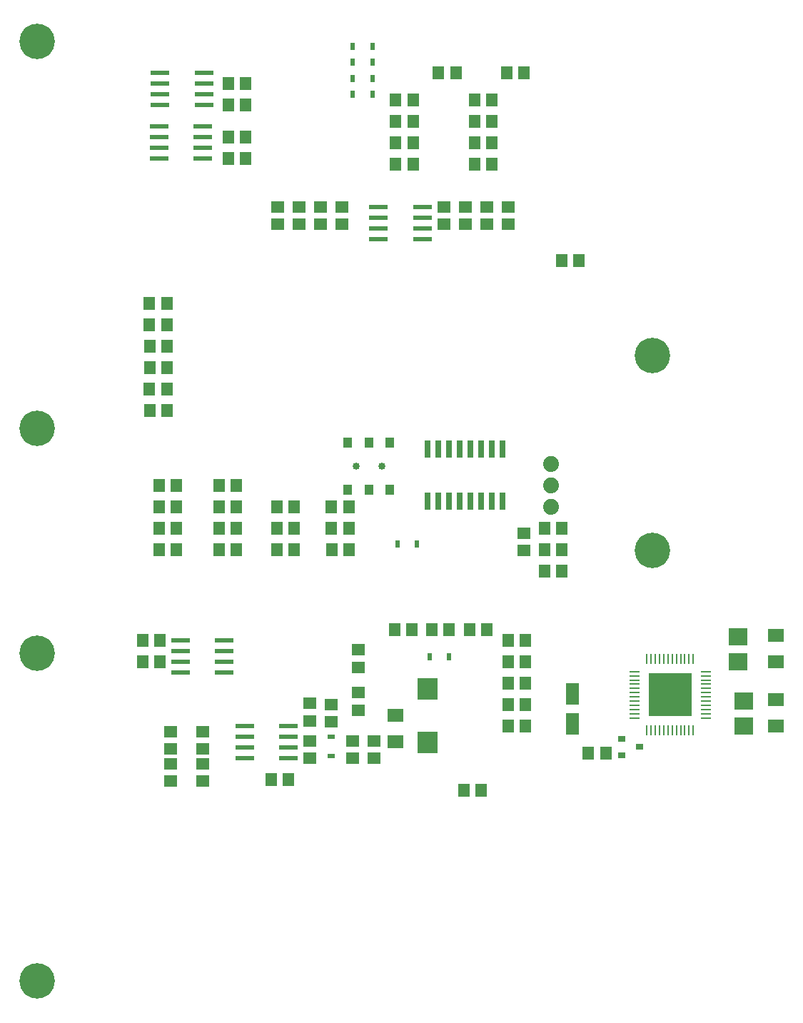
<source format=gtp>
G04 MADE WITH FRITZING*
G04 WWW.FRITZING.ORG*
G04 DOUBLE SIDED*
G04 HOLES PLATED*
G04 CONTOUR ON CENTER OF CONTOUR VECTOR*
%ASAXBY*%
%FSLAX23Y23*%
%MOIN*%
%OFA0B0*%
%SFA1.0B1.0*%
%ADD10C,0.165354*%
%ADD11C,0.033465*%
%ADD12C,0.074000*%
%ADD13R,0.039370X0.045276*%
%ADD14R,0.055118X0.059055*%
%ADD15R,0.010000X0.045000*%
%ADD16R,0.045000X0.010000*%
%ADD17R,0.035433X0.031496*%
%ADD18R,0.062992X0.102362*%
%ADD19R,0.059055X0.055118*%
%ADD20R,0.024803X0.032677*%
%ADD21R,0.032677X0.024803*%
%ADD22R,0.087000X0.024000*%
%ADD23R,0.094488X0.102362*%
%ADD24R,0.074803X0.062992*%
%ADD25R,0.086614X0.078740*%
%ADD26R,0.026000X0.080000*%
%ADD27R,0.204724X0.204724*%
%ADD28R,0.001000X0.001000*%
%LNPASTEMASK1*%
G90*
G70*
G54D10*
X189Y179D03*
X189Y4565D03*
X189Y2759D03*
X189Y1708D03*
G54D11*
X1799Y2583D03*
X1681Y2583D03*
G54D12*
X2592Y2594D03*
X2592Y2494D03*
X2592Y2394D03*
G54D10*
X3064Y3099D03*
X3064Y2189D03*
G54D13*
X1838Y2694D03*
X1740Y2694D03*
X1642Y2694D03*
X1838Y2472D03*
X1740Y2472D03*
X1642Y2472D03*
G54D14*
X2290Y1819D03*
X2209Y1819D03*
X2640Y3544D03*
X2721Y3544D03*
G54D15*
X3038Y1348D03*
X3058Y1348D03*
X3077Y1348D03*
X3097Y1348D03*
X3117Y1348D03*
X3137Y1348D03*
X3156Y1348D03*
X3176Y1348D03*
X3196Y1348D03*
X3215Y1348D03*
X3235Y1348D03*
X3255Y1348D03*
G54D16*
X3314Y1407D03*
X3314Y1427D03*
X3314Y1447D03*
X3314Y1466D03*
X3314Y1486D03*
X3314Y1506D03*
X3314Y1525D03*
X3314Y1545D03*
X3314Y1565D03*
X3314Y1584D03*
X3314Y1604D03*
X3314Y1624D03*
G54D15*
X3255Y1683D03*
X3235Y1683D03*
X3215Y1683D03*
X3196Y1683D03*
X3176Y1683D03*
X3156Y1683D03*
X3137Y1683D03*
X3117Y1683D03*
X3097Y1683D03*
X3077Y1683D03*
X3058Y1683D03*
X3038Y1683D03*
G54D16*
X2979Y1624D03*
X2979Y1604D03*
X2979Y1584D03*
X2979Y1565D03*
X2979Y1545D03*
X2979Y1525D03*
X2979Y1506D03*
X2979Y1486D03*
X2979Y1466D03*
X2979Y1447D03*
X2979Y1427D03*
X2979Y1407D03*
G54D17*
X2920Y1309D03*
X2920Y1234D03*
X3003Y1271D03*
G54D18*
X2690Y1378D03*
X2690Y1519D03*
G54D14*
X2640Y2094D03*
X2559Y2094D03*
X2560Y2194D03*
X2640Y2194D03*
X2640Y2294D03*
X2559Y2294D03*
G54D19*
X2390Y3794D03*
X2390Y3714D03*
X2290Y3794D03*
X2290Y3714D03*
G54D14*
X2065Y4419D03*
X2146Y4419D03*
X2465Y4419D03*
X2384Y4419D03*
G54D19*
X2090Y3794D03*
X2090Y3714D03*
X2190Y3794D03*
X2190Y3714D03*
X2465Y2189D03*
X2465Y2269D03*
X1565Y1469D03*
X1565Y1389D03*
G54D20*
X1965Y2219D03*
X1875Y2219D03*
G54D21*
X1565Y1319D03*
X1565Y1229D03*
G54D22*
X1065Y1669D03*
X859Y1619D03*
X859Y1719D03*
X1065Y1719D03*
X859Y1669D03*
X1065Y1769D03*
X859Y1769D03*
X1065Y1619D03*
G54D14*
X2115Y1819D03*
X2034Y1819D03*
X759Y2394D03*
X839Y2394D03*
X759Y2494D03*
X839Y2494D03*
X1565Y2294D03*
X1646Y2294D03*
X1565Y2394D03*
X1646Y2394D03*
X1940Y1819D03*
X1859Y1819D03*
G54D20*
X2115Y1694D03*
X2025Y1694D03*
G54D14*
X797Y3044D03*
X716Y3044D03*
X715Y3244D03*
X796Y3244D03*
X715Y2944D03*
X796Y2944D03*
G54D19*
X815Y1114D03*
X815Y1194D03*
X965Y1114D03*
X965Y1194D03*
X965Y1264D03*
X965Y1344D03*
G54D14*
X797Y3144D03*
X716Y3144D03*
G54D19*
X815Y1264D03*
X815Y1344D03*
G54D23*
X2015Y1292D03*
X2015Y1544D03*
G54D14*
X1865Y3994D03*
X1946Y3994D03*
G54D20*
X1665Y4469D03*
X1756Y4469D03*
X1665Y4544D03*
X1756Y4544D03*
X1665Y4319D03*
X1756Y4319D03*
X1665Y4394D03*
X1756Y4394D03*
G54D14*
X840Y2294D03*
X759Y2294D03*
X2315Y4294D03*
X2234Y4294D03*
G54D19*
X1465Y1394D03*
X1465Y1475D03*
X1465Y1219D03*
X1465Y1300D03*
G54D14*
X1365Y1119D03*
X1284Y1119D03*
X2265Y1069D03*
X2184Y1069D03*
X840Y2194D03*
X759Y2194D03*
X2765Y1244D03*
X2846Y1244D03*
X715Y3344D03*
X796Y3344D03*
X797Y2844D03*
X716Y2844D03*
X2471Y1569D03*
X2390Y1569D03*
X1390Y2194D03*
X1309Y2194D03*
X1646Y2194D03*
X1566Y2194D03*
G54D24*
X3640Y1669D03*
X3640Y1791D03*
X3640Y1369D03*
X3640Y1491D03*
X1865Y1419D03*
X1865Y1297D03*
G54D14*
X1865Y4294D03*
X1946Y4294D03*
X2315Y4194D03*
X2234Y4194D03*
X1865Y4194D03*
X1946Y4194D03*
G54D25*
X3465Y1787D03*
X3465Y1669D03*
X3490Y1487D03*
X3490Y1369D03*
G54D19*
X1515Y3794D03*
X1515Y3714D03*
X1315Y3794D03*
X1315Y3714D03*
X1615Y3794D03*
X1615Y3714D03*
X1415Y3794D03*
X1415Y3714D03*
G54D14*
X1165Y4269D03*
X1084Y4269D03*
X1165Y4019D03*
X1084Y4019D03*
X1165Y4369D03*
X1084Y4369D03*
X1165Y4119D03*
X1084Y4119D03*
X2315Y4094D03*
X2234Y4094D03*
X2315Y3994D03*
X2234Y3994D03*
X1865Y4094D03*
X1946Y4094D03*
G54D22*
X1365Y1269D03*
X1159Y1219D03*
X1159Y1319D03*
X1365Y1319D03*
X1159Y1269D03*
X1365Y1369D03*
X1159Y1369D03*
X1365Y1219D03*
X1990Y3694D03*
X1784Y3644D03*
X1784Y3744D03*
X1990Y3744D03*
X1784Y3694D03*
X1990Y3794D03*
X1784Y3794D03*
X1990Y3644D03*
X971Y4319D03*
X765Y4269D03*
X765Y4369D03*
X971Y4369D03*
X765Y4319D03*
X971Y4419D03*
X765Y4419D03*
X971Y4269D03*
X965Y4069D03*
X759Y4019D03*
X759Y4119D03*
X965Y4119D03*
X759Y4069D03*
X965Y4169D03*
X759Y4169D03*
X965Y4019D03*
G54D14*
X1121Y2294D03*
X1040Y2294D03*
X1121Y2194D03*
X1040Y2194D03*
G54D19*
X1765Y1219D03*
X1765Y1300D03*
X1665Y1219D03*
X1665Y1300D03*
X1690Y1444D03*
X1690Y1525D03*
X1690Y1725D03*
X1690Y1644D03*
G54D14*
X2390Y1669D03*
X2471Y1669D03*
X1040Y2394D03*
X1120Y2394D03*
X1040Y2494D03*
X1121Y2494D03*
G54D26*
X2015Y2419D03*
X2065Y2419D03*
X2115Y2419D03*
X2165Y2419D03*
X2215Y2419D03*
X2265Y2419D03*
X2315Y2419D03*
X2365Y2419D03*
X2365Y2661D03*
X2315Y2661D03*
X2265Y2661D03*
X2215Y2661D03*
X2165Y2661D03*
X2115Y2661D03*
X2065Y2661D03*
X2015Y2661D03*
G54D14*
X1309Y2394D03*
X1389Y2394D03*
X1309Y2294D03*
X1389Y2294D03*
X2471Y1469D03*
X2390Y1469D03*
X2389Y1369D03*
X2470Y1369D03*
X2389Y1769D03*
X2470Y1769D03*
X684Y1669D03*
X765Y1669D03*
X765Y1769D03*
X684Y1769D03*
G54D27*
X3147Y1517D03*
G54D28*
D02*
G04 End of PasteMask1*
M02*
</source>
